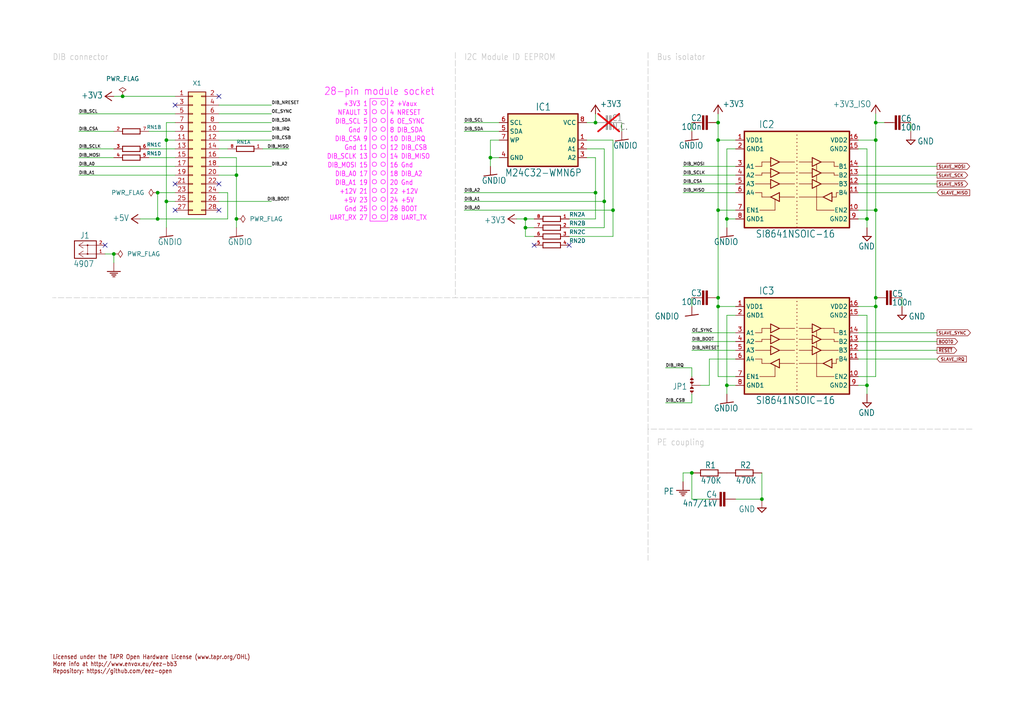
<source format=kicad_sch>
(kicad_sch (version 20231120) (generator "eeschema") (generator_version "8.0")
  (paper "A4")
  (title_block (title "${project_name}") (date "2024-12-15") (rev "${project_version}") (company "${project_creator}") (comment 1 "${project_url}") (comment 2 "${project_info}"))
  (lib_symbols
    (symbol "PCM_EEZ_ICs:AT24CXXSOIC8"
      (property "Reference" "IC" (at -5.3594 8.4836 0))
      (symbol "AT24CXXSOIC8_1_0"
        (pin input line (at 12.7 0 180) (length 2.54) (name "A0") (number "1"))
        (pin input line (at 12.7 -2.54 180) (length 2.54) (name "A1") (number "2"))
        (pin input line (at 12.7 -5.08 180) (length 2.54) (name "A2") (number "3"))
        (pin passive line (at -12.7 -5.08 0) (length 2.54) (name "GND") (number "4"))
        (pin bidirectional line (at -12.7 2.54 0) (length 2.54) (name "SDA") (number "5"))
        (pin bidirectional line (at -12.7 5.08 0) (length 2.54) (name "SCL") (number "6"))
        (pin input line (at -12.7 0 0) (length 2.54) (name "WP") (number "7"))
        (pin power_in line (at 12.7 5.08 180) (length 2.54) (name "VCC") (number "8"))
      )
    )
    (symbol "PCM_EEZ_ICs:SI8641"
      (property "Reference" "IC" (at -11.0744 13.5636 0))
      (property "Value" "SI8641BB-B-IS1" (at -12.0142 -18.1864 0))
      (symbol "SI8641_1_0"
        (pin passive line (at -17.78 10.16 0) (length 2.54) (name "VDD1") (number "1"))
        (pin input line (at 17.78 -10.16 180) (length 2.54) (name "EN2") (number "10"))
        (pin input line (at 17.78 -5.08 180) (length 2.54) (name "B4") (number "11"))
        (pin output line (at 17.78 -2.54 180) (length 2.54) (name "B3") (number "12"))
        (pin output line (at 17.78 0 180) (length 2.54) (name "B2") (number "13"))
        (pin output line (at 17.78 2.54 180) (length 2.54) (name "B1") (number "14"))
        (pin passive line (at 17.78 7.62 180) (length 2.54) (name "GND2") (number "15"))
        (pin passive line (at 17.78 10.16 180) (length 2.54) (name "VDD2") (number "16"))
        (pin passive line (at -17.78 7.62 0) (length 2.54) (name "GND1") (number "2"))
        (pin input line (at -17.78 2.54 0) (length 2.54) (name "A1") (number "3"))
        (pin input line (at -17.78 0 0) (length 2.54) (name "A2") (number "4"))
        (pin input line (at -17.78 -2.54 0) (length 2.54) (name "A3") (number "5"))
        (pin output line (at -17.78 -5.08 0) (length 2.54) (name "A4") (number "6"))
        (pin input line (at -17.78 -10.16 0) (length 2.54) (name "EN1") (number "7"))
        (pin passive line (at -17.78 -12.7 0) (length 2.54) (name "GND1") (number "8"))
        (pin passive line (at 17.78 -12.7 180) (length 2.54) (name "GND2") (number "9"))
      )
    )
    (symbol "PCM_EEZ_connectors:4907" (pin_names (offset 0.254))
      (property "Reference" "X" (at 5.715 2.54 0))
      (property "Value" "4907" (at 8.89 -5.715 0))
      (symbol "4907_1_1"
        (pin passive line (at 2.54 0 0) (length 2.54) (name "") (number "1"))
        (pin passive line (at 2.54 -2.54 0) (length 2.54) (name "") (number "2"))
      )
      (symbol "4907_1_2"
        (pin unspecified line (at 0 0 0) (length 5.08) (name "1") (number "1"))
        (pin unspecified line (at 0 -2.54 0) (length 5.08) (name "2") (number "2"))
      )
    )
    (symbol "PCM_EEZ_connectors:Conn_2Rows-28Pins" (pin_names (offset 1.016) hide)
      (property "Reference" "X" (at 6.35 2.54 0))
      (symbol "Conn_2Rows-28Pins_1_1"
        (pin passive line (at 0 0 0) (length 3.81) (name "Pin_1") (number "1"))
        (pin passive line (at 12.7 -10.16 180) (length 3.81) (name "Pin_10") (number "10"))
        (pin passive line (at 0 -12.7 0) (length 3.81) (name "Pin_11") (number "11"))
        (pin passive line (at 12.7 -12.7 180) (length 3.81) (name "Pin_12") (number "12"))
        (pin passive line (at 0 -15.24 0) (length 3.81) (name "Pin_13") (number "13"))
        (pin passive line (at 12.7 -15.24 180) (length 3.81) (name "Pin_14") (number "14"))
        (pin passive line (at 0 -17.78 0) (length 3.81) (name "Pin_15") (number "15"))
        (pin passive line (at 12.7 -17.78 180) (length 3.81) (name "Pin_16") (number "16"))
        (pin passive line (at 0 -20.32 0) (length 3.81) (name "Pin_17") (number "17"))
        (pin passive line (at 12.7 -20.32 180) (length 3.81) (name "Pin_18") (number "18"))
        (pin passive line (at 0 -22.86 0) (length 3.81) (name "Pin_19") (number "19"))
        (pin passive line (at 12.7 0 180) (length 3.81) (name "Pin_2") (number "2"))
        (pin passive line (at 12.7 -22.86 180) (length 3.81) (name "Pin_20") (number "20"))
        (pin passive line (at 0 -25.4 0) (length 3.81) (name "Pin_21") (number "21"))
        (pin passive line (at 12.7 -25.4 180) (length 3.81) (name "Pin_22") (number "22"))
        (pin passive line (at 0 -27.94 0) (length 3.81) (name "Pin_23") (number "23"))
        (pin passive line (at 12.7 -27.94 180) (length 3.81) (name "Pin_24") (number "24"))
        (pin passive line (at 0 -30.48 0) (length 3.81) (name "Pin_25") (number "25"))
        (pin passive line (at 12.7 -30.48 180) (length 3.81) (name "Pin_26") (number "26"))
        (pin passive line (at 0 -33.02 0) (length 3.81) (name "Pin_27") (number "27"))
        (pin passive line (at 12.7 -33.02 180) (length 3.81) (name "Pin_28") (number "28"))
        (pin passive line (at 0 -2.54 0) (length 3.81) (name "Pin_3") (number "3"))
        (pin passive line (at 12.7 -2.54 180) (length 3.81) (name "Pin_4") (number "4"))
        (pin passive line (at 0 -5.08 0) (length 3.81) (name "Pin_5") (number "5"))
        (pin passive line (at 12.7 -5.08 180) (length 3.81) (name "Pin_6") (number "6"))
        (pin passive line (at 0 -7.62 0) (length 3.81) (name "Pin_7") (number "7"))
        (pin passive line (at 12.7 -7.62 180) (length 3.81) (name "Pin_8") (number "8"))
        (pin passive line (at 0 -10.16 0) (length 3.81) (name "Pin_9") (number "9"))
      )
    )
    (symbol "PCM_EEZ_passives:C-EU"
      (property "Reference" "C" (at 1.27 0.635 0))
      (symbol "C-EU_1_0"
        (pin passive line (at 0 2.54 270) (length 2.54) (name "1") (number "1"))
        (pin passive line (at 0 -5.08 90) (length 2.54) (name "2") (number "2"))
      )
    )
    (symbol "PCM_EEZ_passives:R-EU"
      (property "Reference" "R" (at -1.905 1.905 0))
      (symbol "R-EU_1_0"
        (pin passive line (at -5.08 0 0) (length 2.54) (name "1") (number "1"))
        (pin passive line (at 5.08 0 180) (length 2.54) (name "2") (number "2"))
      )
    )
    (symbol "PCM_EEZ_passives:R_ARRAY4"
      (property "Reference" "RN" (at -2.794 1.016 0))
      (symbol "R_ARRAY4_1_0"
        (pin passive line (at -5.08 0 0) (length 2.54) (name "1") (number "1"))
        (pin passive line (at 5.08 0 180) (length 2.54) (name "2") (number "8"))
      )
      (symbol "R_ARRAY4_2_0"
        (pin passive line (at -5.08 0 0) (length 2.54) (name "1") (number "2"))
        (pin passive line (at 5.08 0 180) (length 2.54) (name "2") (number "7"))
      )
      (symbol "R_ARRAY4_3_0"
        (pin passive line (at -5.08 0 0) (length 2.54) (name "1") (number "3"))
        (pin passive line (at 5.08 0 180) (length 2.54) (name "2") (number "6"))
      )
      (symbol "R_ARRAY4_4_0"
        (pin passive line (at -5.08 0 0) (length 2.54) (name "1") (number "4"))
        (pin passive line (at 5.08 0 180) (length 2.54) (name "2") (number "5"))
      )
    )
    (symbol "PCM_EEZ_symbols:+3V3" (power)
      (property "Value" "+3V3" (at -2.54 -5.08 90))
      (symbol "+3V3_1_0"
        (pin power_in line (at 0 -2.54 90) (length 2.54) (name "+3V3") (number "1"))
      )
    )
    (symbol "PCM_EEZ_symbols:+3V3_ISO" (power)
      (property "Value" "+3V3_ISO" (at -2.54 0 90))
      (symbol "+3V3_ISO_1_0"
        (pin power_in line (at 0 0 90) (length 2.54) (name "+3V3_ISO") (number "1"))
      )
    )
    (symbol "PCM_EEZ_symbols:+5V" (power)
      (property "Value" "+5V" (at -2.54 -5.08 90))
      (symbol "+5V_1_0"
        (pin power_in line (at 0 -2.54 90) (length 2.54) (name "+5V") (number "1"))
      )
    )
    (symbol "PCM_EEZ_symbols:GND" (power)
      (property "Value" "GND" (at -1.905 -3.175 0))
      (symbol "GND_1_0"
        (pin power_in line (at 0 2.54 270) (length 2.54) (name "GND") (number "1"))
      )
    )
    (symbol "PCM_EEZ_symbols:GND_ISO" (power)
      (property "Value" "GND_ISO" (at -2.54 -2.54 0))
      (symbol "GND_ISO_1_0"
        (pin power_in line (at 0 2.54 270) (length 2.54) (name "GNDIO") (number "1"))
      )
    )
    (symbol "PCM_EEZ_symbols:PE" (power)
      (property "Value" "PE" (at -2.54 -2.54 90))
      (symbol "PE_1_0"
        (pin power_in line (at 0 2.54 270) (length 2.54) (name "PE") (number "1"))
      )
    )
    (symbol "PCM_EEZ_unsorted:JP3 shorted" (in_bom no)
      (property "Reference" "JP" (at -3.81 3.175 0))
      (symbol "JP3 shorted_1_0"
        (pin passive line (at 2.54 0 180) (length 2.54) (name "COM") (number "COM"))
        (pin passive line (at 0 -2.54 180) (length 0) (name "NC") (number "NC"))
        (pin passive line (at 0 2.54 180) (length 0) (name "NO") (number "NO"))
      )
    )
    (symbol "power:PWR_FLAG" (power) (pin_numbers hide) (pin_names (offset 0) hide)
      (property "Value" "PWR_FLAG" (at 0 3.81 0))
      (symbol "PWR_FLAG_0_0"
        (pin power_out line (at 0 0 90) (length 0) (name "~") (number "1"))
      )
    )
  )
  (junction (at 200.66 137.16))
  (junction (at 48.26 40.64))
  (junction (at 220.98 144.78))
  (junction (at 45.72 63.5))
  (junction (at 208.28 35.56))
  (junction (at 172.72 55.88))
  (junction (at 48.26 58.42))
  (junction (at 254 60.96))
  (junction (at 254 88.9))
  (junction (at 142.24 45.72))
  (junction (at 175.26 58.42))
  (junction (at 254 35.56))
  (junction (at 251.46 63.5))
  (junction (at 152.4 63.5))
  (junction (at 208.28 40.64))
  (junction (at 254 86.36))
  (junction (at 152.4 66.04))
  (junction (at 208.28 88.9))
  (junction (at 208.28 60.96))
  (junction (at 210.82 63.5))
  (junction (at 254 40.64))
  (junction (at 68.58 50.8))
  (junction (at 172.72 35.56))
  (junction (at 251.46 111.76))
  (junction (at 208.28 86.36))
  (junction (at 33.02 73.66))
  (junction (at 68.58 63.5))
  (junction (at 45.72 55.88))
  (junction (at 35.56 27.94))
  (junction (at 177.8 60.96))
  (junction (at 210.82 111.76))
  (no_connect (at 63.5 60.96))
  (no_connect (at 50.8 53.34))
  (no_connect (at 30.48 71.12))
  (no_connect (at 165.1 71.12))
  (no_connect (at 50.8 30.48))
  (no_connect (at 154.94 71.12))
  (no_connect (at 63.5 27.94))
  (no_connect (at 50.8 60.96))
  (no_connect (at 63.5 53.34))
  (wire (pts (xy 254 88.9) (xy 254 86.36)) (stroke (width 0.1524)))
  (wire (pts (xy 43.18 38.1) (xy 50.8 38.1)) (stroke (width 0.1524)))
  (wire (pts (xy 200.66 35.56) (xy 200.66 38.1)) (stroke (width 0.1524)))
  (polyline (pts (xy 187.96 124.46) (xy 187.96 162.56)) (stroke (width 0.1524) (type dash) (color 194 194 194 1)))
  (wire (pts (xy 48.26 35.56) (xy 48.26 40.64)) (stroke (width 0.1524)))
  (wire (pts (xy 154.94 68.58) (xy 152.4 68.58)) (stroke (width 0.1524)))
  (wire (pts (xy 251.46 66.04) (xy 251.46 63.5)) (stroke (width 0.1524)))
  (wire (pts (xy 30.48 73.66) (xy 33.02 73.66)) (stroke (width 0.1524)))
  (wire (pts (xy 177.8 68.58) (xy 177.8 60.96)) (stroke (width 0.1524)))
  (wire (pts (xy 43.18 45.72) (xy 50.8 45.72)) (stroke (width 0.1524)))
  (wire (pts (xy 152.4 63.5) (xy 149.86 63.5)) (stroke (width 0.1524)))
  (wire (pts (xy 165.1 66.04) (xy 175.26 66.04)) (stroke (width 0.1524)))
  (wire (pts (xy 248.92 60.96) (xy 254 60.96)) (stroke (width 0.1524)))
  (wire (pts (xy 63.5 48.26) (xy 78.74 48.26)) (stroke (width 0.1524)))
  (wire (pts (xy 35.56 27.94) (xy 50.8 27.94)) (stroke (width 0.1524)))
  (wire (pts (xy 208.28 88.9) (xy 208.28 86.36)) (stroke (width 0.1524)))
  (wire (pts (xy 193.04 106.68) (xy 200.66 106.68)) (stroke (width 0.1524)))
  (wire (pts (xy 264.16 38.1) (xy 264.16 35.56)) (stroke (width 0.1524)))
  (wire (pts (xy 43.18 43.18) (xy 50.8 43.18)) (stroke (width 0.1524)))
  (polyline (pts (xy 281.94 124.46) (xy 187.96 124.46)) (stroke (width 0.1524) (type dash) (color 194 194 194 1)))
  (polyline (pts (xy 187.96 86.36) (xy 187.96 86.36)) (stroke (width 0.1524) (type dash) (color 194 194 194 1)))
  (wire (pts (xy 254 109.22) (xy 254 88.9)) (stroke (width 0.1524)))
  (wire (pts (xy 208.28 60.96) (xy 213.36 60.96)) (stroke (width 0.1524)))
  (wire (pts (xy 172.72 45.72) (xy 172.72 55.88)) (stroke (width 0.1524)))
  (wire (pts (xy 63.5 30.48) (xy 78.74 30.48)) (stroke (width 0.1524)))
  (wire (pts (xy 205.74 144.78) (xy 200.66 144.78)) (stroke (width 0.1524)))
  (wire (pts (xy 154.94 66.04) (xy 152.4 66.04)) (stroke (width 0.1524)))
  (wire (pts (xy 208.28 35.56) (xy 208.28 33.02)) (stroke (width 0.1524)))
  (wire (pts (xy 248.92 88.9) (xy 254 88.9)) (stroke (width 0.1524)))
  (wire (pts (xy 213.36 55.88) (xy 198.12 55.88)) (stroke (width 0.1524)))
  (wire (pts (xy 50.8 55.88) (xy 45.72 55.88)) (stroke (width 0.1524)))
  (wire (pts (xy 210.82 91.44) (xy 210.82 111.76)) (stroke (width 0.1524)))
  (wire (pts (xy 50.8 48.26) (xy 22.86 48.26)) (stroke (width 0.1524)))
  (wire (pts (xy 205.74 104.14) (xy 213.36 104.14)) (stroke (width 0.1524)))
  (wire (pts (xy 200.66 86.36) (xy 200.66 88.9)) (stroke (width 0.1524)))
  (wire (pts (xy 205.74 111.76) (xy 203.2 111.76)) (stroke (width 0.1524)))
  (wire (pts (xy 210.82 66.04) (xy 210.82 63.5)) (stroke (width 0.1524)))
  (wire (pts (xy 177.8 60.96) (xy 134.62 60.96)) (stroke (width 0.1524)))
  (wire (pts (xy 208.28 40.64) (xy 208.28 60.96)) (stroke (width 0.1524)))
  (wire (pts (xy 40.64 63.5) (xy 45.72 63.5)) (stroke (width 0.1524)))
  (wire (pts (xy 248.92 109.22) (xy 254 109.22)) (stroke (width 0.1524)))
  (wire (pts (xy 177.8 40.64) (xy 177.8 60.96)) (stroke (width 0.1524)))
  (wire (pts (xy 200.66 116.84) (xy 193.04 116.84)) (stroke (width 0.1524)))
  (wire (pts (xy 213.36 111.76) (xy 210.82 111.76)) (stroke (width 0.1524)))
  (wire (pts (xy 248.92 43.18) (xy 251.46 43.18)) (stroke (width 0.1524)))
  (wire (pts (xy 33.02 38.1) (xy 22.86 38.1)) (stroke (width 0.1524)))
  (wire (pts (xy 248.92 101.6) (xy 271.78 101.6)) (stroke (width 0.1524)))
  (wire (pts (xy 170.18 40.64) (xy 177.8 40.64)) (stroke (width 0.1524)))
  (wire (pts (xy 208.28 109.22) (xy 208.28 88.9)) (stroke (width 0.1524)))
  (wire (pts (xy 200.66 144.78) (xy 200.66 137.16)) (stroke (width 0.1524)))
  (wire (pts (xy 33.02 45.72) (xy 22.86 45.72)) (stroke (width 0.1524)))
  (wire (pts (xy 63.5 40.64) (xy 78.74 40.64)) (stroke (width 0.1524)))
  (wire (pts (xy 254 40.64) (xy 254 35.56)) (stroke (width 0.1524)))
  (wire (pts (xy 248.92 104.14) (xy 271.78 104.14)) (stroke (width 0.1524)))
  (wire (pts (xy 66.04 43.18) (xy 63.5 43.18)) (stroke (width 0.1524)))
  (wire (pts (xy 213.36 43.18) (xy 210.82 43.18)) (stroke (width 0.1524)))
  (wire (pts (xy 50.8 35.56) (xy 48.26 35.56)) (stroke (width 0.1524)))
  (wire (pts (xy 198.12 53.34) (xy 213.36 53.34)) (stroke (width 0.1524)))
  (wire (pts (xy 213.36 144.78) (xy 220.98 144.78)) (stroke (width 0.1524)))
  (wire (pts (xy 213.36 101.6) (xy 200.66 101.6)) (stroke (width 0.1524)))
  (wire (pts (xy 198.12 50.8) (xy 213.36 50.8)) (stroke (width 0.1524)))
  (wire (pts (xy 256.54 35.56) (xy 254 35.56)) (stroke (width 0.1524)))
  (wire (pts (xy 144.78 38.1) (xy 134.62 38.1)) (stroke (width 0.1524)))
  (wire (pts (xy 251.46 43.18) (xy 251.46 63.5)) (stroke (width 0.1524)))
  (polyline (pts (xy 187.96 86.36) (xy 187.96 124.46)) (stroke (width 0.1524) (type dash) (color 194 194 194 1)))
  (wire (pts (xy 50.8 58.42) (xy 48.26 58.42)) (stroke (width 0.1524)))
  (wire (pts (xy 68.58 50.8) (xy 68.58 63.5)) (stroke (width 0.1524)))
  (wire (pts (xy 68.58 63.5) (xy 68.58 66.04)) (stroke (width 0.1524)))
  (wire (pts (xy 50.8 50.8) (xy 22.86 50.8)) (stroke (width 0.1524)))
  (wire (pts (xy 170.18 45.72) (xy 172.72 45.72)) (stroke (width 0.1524)))
  (wire (pts (xy 200.66 106.68) (xy 200.66 109.22)) (stroke (width 0.1524)))
  (wire (pts (xy 142.24 48.26) (xy 142.24 45.72)) (stroke (width 0.1524)))
  (wire (pts (xy 210.82 43.18) (xy 210.82 63.5)) (stroke (width 0.1524)))
  (wire (pts (xy 248.92 48.26) (xy 271.78 48.26)) (stroke (width 0.1524)))
  (polyline (pts (xy 139.7 86.36) (xy 15.24 86.36)) (stroke (width 0.1524) (type dash) (color 194 194 194 1)))
  (wire (pts (xy 175.26 58.42) (xy 134.62 58.42)) (stroke (width 0.1524)))
  (wire (pts (xy 213.36 63.5) (xy 210.82 63.5)) (stroke (width 0.1524)))
  (wire (pts (xy 208.28 40.64) (xy 213.36 40.64)) (stroke (width 0.1524)))
  (wire (pts (xy 180.34 35.56) (xy 180.34 38.1)) (stroke (width 0.1524)))
  (wire (pts (xy 170.18 43.18) (xy 175.26 43.18)) (stroke (width 0.1524)))
  (polyline (pts (xy 187.96 86.36) (xy 139.7 86.36)) (stroke (width 0.1524) (type dash) (color 194 194 194 1)))
  (wire (pts (xy 198.12 139.7) (xy 198.12 137.16)) (stroke (width 0.1524)))
  (wire (pts (xy 254 86.36) (xy 254 60.96)) (stroke (width 0.1524)))
  (wire (pts (xy 48.26 40.64) (xy 48.26 58.42)) (stroke (width 0.1524)))
  (wire (pts (xy 248.92 96.52) (xy 271.78 96.52)) (stroke (width 0.1524)))
  (wire (pts (xy 248.92 55.88) (xy 271.78 55.88)) (stroke (width 0.1524)))
  (wire (pts (xy 152.4 66.04) (xy 152.4 68.58)) (stroke (width 0.1524)))
  (wire (pts (xy 213.36 91.44) (xy 210.82 91.44)) (stroke (width 0.1524)))
  (wire (pts (xy 251.46 91.44) (xy 251.46 111.76)) (stroke (width 0.1524)))
  (wire (pts (xy 142.24 40.64) (xy 142.24 45.72)) (stroke (width 0.1524)))
  (wire (pts (xy 213.36 88.9) (xy 208.28 88.9)) (stroke (width 0.1524)))
  (wire (pts (xy 33.02 73.66) (xy 33.02 76.2)) (stroke (width 0.1524)))
  (wire (pts (xy 63.5 38.1) (xy 78.74 38.1)) (stroke (width 0.1524)))
  (wire (pts (xy 210.82 111.76) (xy 210.82 114.3)) (stroke (width 0.1524)))
  (wire (pts (xy 48.26 58.42) (xy 48.26 66.04)) (stroke (width 0.1524)))
  (wire (pts (xy 172.72 55.88) (xy 134.62 55.88)) (stroke (width 0.1524)))
  (polyline (pts (xy 132.08 15.24) (xy 132.08 86.36)) (stroke (width 0.1524) (type dash) (color 194 194 194 1)))
  (wire (pts (xy 63.5 58.42) (xy 78.74 58.42)) (stroke (width 0.1524)))
  (wire (pts (xy 248.92 91.44) (xy 251.46 91.44)) (stroke (width 0.1524)))
  (wire (pts (xy 208.28 40.64) (xy 208.28 35.56)) (stroke (width 0.1524)))
  (wire (pts (xy 165.1 63.5) (xy 172.72 63.5)) (stroke (width 0.1524)))
  (wire (pts (xy 248.92 50.8) (xy 271.78 50.8)) (stroke (width 0.1524)))
  (wire (pts (xy 63.5 33.02) (xy 78.74 33.02)) (stroke (width 0.1524)))
  (wire (pts (xy 198.12 48.26) (xy 213.36 48.26)) (stroke (width 0.1524)))
  (wire (pts (xy 33.02 43.18) (xy 22.86 43.18)) (stroke (width 0.1524)))
  (wire (pts (xy 63.5 45.72) (xy 68.58 45.72)) (stroke (width 0.1524)))
  (wire (pts (xy 175.26 43.18) (xy 175.26 58.42)) (stroke (width 0.1524)))
  (wire (pts (xy 144.78 35.56) (xy 134.62 35.56)) (stroke (width 0.1524)))
  (wire (pts (xy 63.5 35.56) (xy 78.74 35.56)) (stroke (width 0.1524)))
  (wire (pts (xy 172.72 35.56) (xy 170.18 35.56)) (stroke (width 0.1524)))
  (wire (pts (xy 220.98 144.78) (xy 220.98 137.16)) (stroke (width 0.1524)))
  (wire (pts (xy 251.46 114.3) (xy 251.46 111.76)) (stroke (width 0.1524)))
  (wire (pts (xy 63.5 55.88) (xy 66.04 55.88)) (stroke (width 0.1524)))
  (wire (pts (xy 45.72 55.88) (xy 45.72 63.5)) (stroke (width 0.1524)))
  (wire (pts (xy 208.28 86.36) (xy 208.28 60.96)) (stroke (width 0.1524)))
  (wire (pts (xy 152.4 63.5) (xy 152.4 66.04)) (stroke (width 0.1524)))
  (wire (pts (xy 261.62 88.9) (xy 261.62 86.36)) (stroke (width 0.1524)))
  (wire (pts (xy 213.36 109.22) (xy 208.28 109.22)) (stroke (width 0.1524)))
  (wire (pts (xy 200.66 137.16) (xy 198.12 137.16)) (stroke (width 0.1524)))
  (wire (pts (xy 66.04 55.88) (xy 66.04 63.5)) (stroke (width 0.1524)))
  (wire (pts (xy 248.92 53.34) (xy 271.78 53.34)) (stroke (width 0.1524)))
  (wire (pts (xy 22.86 33.02) (xy 50.8 33.02)) (stroke (width 0.1524)))
  (wire (pts (xy 251.46 111.76) (xy 248.92 111.76)) (stroke (width 0.1524)))
  (wire (pts (xy 254 35.56) (xy 254 33.02)) (stroke (width 0.1524)))
  (wire (pts (xy 248.92 99.06) (xy 271.78 99.06)) (stroke (width 0.1524)))
  (wire (pts (xy 154.94 63.5) (xy 152.4 63.5)) (stroke (width 0.1524)))
  (wire (pts (xy 205.74 111.76) (xy 205.74 104.14)) (stroke (width 0.1524)))
  (wire (pts (xy 66.04 63.5) (xy 45.72 63.5)) (stroke (width 0.1524)))
  (wire (pts (xy 50.8 40.64) (xy 48.26 40.64)) (stroke (width 0.1524)))
  (wire (pts (xy 144.78 40.64) (xy 142.24 40.64)) (stroke (width 0.1524)))
  (wire (pts (xy 165.1 68.58) (xy 177.8 68.58)) (stroke (width 0.1524)))
  (wire (pts (xy 248.92 40.64) (xy 254 40.64)) (stroke (width 0.1524)))
  (wire (pts (xy 35.56 27.94) (xy 33.02 27.94)) (stroke (width 0.1524)))
  (wire (pts (xy 76.2 43.18) (xy 83.82 43.18)) (stroke (width 0.1524)))
  (wire (pts (xy 68.58 45.72) (xy 68.58 50.8)) (stroke (width 0.1524)))
  (wire (pts (xy 248.92 63.5) (xy 251.46 63.5)) (stroke (width 0.1524)))
  (wire (pts (xy 254 60.96) (xy 254 40.64)) (stroke (width 0.1524)))
  (wire (pts (xy 172.72 33.02) (xy 172.72 35.56)) (stroke (width 0.1524)))
  (wire (pts (xy 175.26 66.04) (xy 175.26 58.42)) (stroke (width 0.1524)))
  (polyline (pts (xy 187.96 15.24) (xy 187.96 86.36)) (stroke (width 0.1524) (type dash) (color 194 194 194 1)))
  (wire (pts (xy 200.66 114.3) (xy 200.66 116.84)) (stroke (width 0.1524)))
  (wire (pts (xy 172.72 63.5) (xy 172.72 55.88)) (stroke (width 0.1524)))
  (wire (pts (xy 213.36 99.06) (xy 200.66 99.06)) (stroke (width 0.1524)))
  (wire (pts (xy 213.36 96.52) (xy 200.66 96.52)) (stroke (width 0.1524)))
  (wire (pts (xy 63.5 50.8) (xy 68.58 50.8)) (stroke (width 0.1524)))
  (wire (pts (xy 142.24 45.72) (xy 144.78 45.72)) (stroke (width 0.1524)))
  (circle (center 108.585 47.625) (radius 0.635) (stroke (width 0.1524) (color 255 0 255 1)))
  (circle (center 108.585 32.385) (radius 0.635) (stroke (width 0.1524) (color 255 0 255 1)))
  (circle (center 108.585 34.925) (radius 0.635) (stroke (width 0.1524) (color 255 0 255 1)))
  (circle (center 111.125 50.165) (radius 0.635) (stroke (width 0.1524) (color 255 0 255 1)))
  (circle (center 108.585 29.845) (radius 0.635) (stroke (width 0.1524) (color 255 0 255 1)))
  (circle (center 108.585 42.545) (radius 0.635) (stroke (width 0.1524) (color 255 0 255 1)))
  (circle (center 111.125 57.785) (radius 0.635) (stroke (width 0.1524) (color 255 0 255 1)))
  (circle (center 108.585 60.325) (radius 0.635) (stroke (width 0.1524) (color 255 0 255 1)))
  (circle (center 108.585 37.465) (radius 0.635) (stroke (width 0.1524) (color 255 0 255 1)))
  (circle (center 111.125 62.865) (radius 0.635) (stroke (width 0.1524) (color 255 0 255 1)))
  (circle (center 111.125 52.705) (radius 0.635) (stroke (width 0.1524) (color 255 0 255 1)))
  (circle (center 108.585 50.165) (radius 0.635) (stroke (width 0.1524) (color 255 0 255 1)))
  (circle (center 111.125 37.465) (radius 0.635) (stroke (width 0.1524) (color 255 0 255 1)))
  (circle (center 108.585 52.705) (radius 0.635) (stroke (width 0.1524) (color 255 0 255 1)))
  (circle (center 108.585 62.865) (radius 0.635) (stroke (width 0.1524) (color 255 0 255 1)))
  (circle (center 111.125 29.845) (radius 0.635) (stroke (width 0.1524) (color 255 0 255 1)))
  (circle (center 108.585 57.785) (radius 0.635) (stroke (width 0.1524) (color 255 0 255 1)))
  (circle (center 111.125 55.245) (radius 0.635) (stroke (width 0.1524) (color 255 0 255 1)))
  (circle (center 108.585 45.085) (radius 0.635) (stroke (width 0.1524) (color 255 0 255 1)))
  (rectangle (start 107.315 28.575) (end 112.395 64.135) (stroke (width 0) (color 255 0 255 1)))
  (circle (center 111.125 45.085) (radius 0.635) (stroke (width 0.1524) (color 255 0 255 1)))
  (circle (center 111.125 34.925) (radius 0.635) (stroke (width 0.1524) (color 255 0 255 1)))
  (circle (center 111.125 42.545) (radius 0.635) (stroke (width 0.1524) (color 255 0 255 1)))
  (circle (center 111.125 40.005) (radius 0.635) (stroke (width 0.1524) (color 255 0 255 1)))
  (circle (center 111.125 47.625) (radius 0.635) (stroke (width 0.1524) (color 255 0 255 1)))
  (circle (center 108.585 55.245) (radius 0.635) (stroke (width 0.1524) (color 255 0 255 1)))
  (circle (center 111.125 32.385) (radius 0.635) (stroke (width 0.1524) (color 255 0 255 1)))
  (circle (center 111.125 60.325) (radius 0.635) (stroke (width 0.1524) (color 255 0 255 1)))
  (circle (center 108.585 40.005) (radius 0.635) (stroke (width 0.1524) (color 255 0 255 1)))
  (text "24 +5V" (at 113.03 59.055 0) (effects (font (size 1.4224 1.209)) (justify left bottom)))
  (text "18 DIB_A2" (at 113.03 51.435 0) (effects (font (size 1.4224 1.209)) (justify left bottom)))
  (text "28 UART_TX" (at 113.03 64.135 0) (effects (font (size 1.4224 1.209)) (justify left bottom)))
  (text "DIB_A0 17" (at 106.68 51.435 0) (effects (font (size 1.4224 1.209)) (justify right bottom)))
  (text "16 Gnd" (at 113.03 48.895 0) (effects (font (size 1.4224 1.209)) (justify left bottom)))
  (text "DIB_A1 19" (at 106.68 53.975 0) (effects (font (size 1.4224 1.209)) (justify right bottom)))
  (text "6 OE_SYNC" (at 113.03 36.195 0) (effects (font (size 1.4224 1.209)) (justify left bottom)))
  (text "Licensed under the TAPR Open Hardware License (www.tapr.org/OHL)\nMore info at http://www.envox.eu/eez-bb3\nRepository: https://github.com/eez-open" (at 15.24 195.58 0) (effects (font (size 1.27 1.0795)) (justify left bottom)))
  (text "PE coupling" (at 190.5 129.54 0) (effects (font (size 1.778 1.5113)) (justify left bottom)))
  (text "20 Gnd" (at 113.03 53.975 0) (effects (font (size 1.4224 1.209)) (justify left bottom)))
  (text "DIB_SCLK 13" (at 106.68 46.355 0) (effects (font (size 1.4224 1.209)) (justify right bottom)))
  (text "12 DIB_CSB" (at 113.03 43.815 0) (effects (font (size 1.4224 1.209)) (justify left bottom)))
  (text "2 +Vaux" (at 113.03 31.115 0) (effects (font (size 1.4224 1.209)) (justify left bottom)))
  (text "+5V 23" (at 106.68 59.055 0) (effects (font (size 1.4224 1.209)) (justify right bottom)))
  (text "UART_RX 27" (at 106.68 64.135 0) (effects (font (size 1.4224 1.209)) (justify right bottom)))
  (text "22 +12V" (at 113.03 56.515 0) (effects (font (size 1.4224 1.209)) (justify left bottom)))
  (text "DIB connector" (at 15.24 17.78 0) (effects (font (size 1.778 1.5113)) (justify left bottom)))
  (text "8 DIB_SDA" (at 113.03 38.735 0) (effects (font (size 1.4224 1.209)) (justify left bottom)))
  (text "10 DIB_IRQ" (at 113.03 41.275 0) (effects (font (size 1.4224 1.209)) (justify left bottom)))
  (text "DIB_MOSI 15" (at 106.68 48.895 0) (effects (font (size 1.4224 1.209)) (justify right bottom)))
  (text "Gnd 25" (at 106.68 61.595 0) (effects (font (size 1.4224 1.209)) (justify right bottom)))
  (text "DIB_CSA 9" (at 106.68 41.275 0) (effects (font (size 1.4224 1.209)) (justify right bottom)))
  (text "NFAULT 3" (at 106.68 33.655 0) (effects (font (size 1.4224 1.209)) (justify right bottom)))
  (text "I2C Module ID EEPROM" (at 134.62 17.78 0) (effects (font (size 1.778 1.5113)) (justify left bottom)))
  (text "4 NRESET" (at 113.03 33.655 0) (effects (font (size 1.4224 1.209)) (justify left bottom)))
  (text "Gnd 7" (at 106.68 38.735 0) (effects (font (size 1.4224 1.209)) (justify right bottom)))
  (text "DIB_SCL 5" (at 106.68 36.195 0) (effects (font (size 1.4224 1.209)) (justify right bottom)))
  (text "14 DIB_MISO" (at 113.03 46.355 0) (effects (font (size 1.4224 1.209)) (justify left bottom)))
  (text "+3V3 1" (at 106.68 31.115 0) (effects (font (size 1.4224 1.209)) (justify right bottom)))
  (text "Gnd 11" (at 106.68 43.815 0) (effects (font (size 1.4224 1.209)) (justify right bottom)))
  (text "26 BOOT" (at 113.03 61.595 0) (effects (font (size 1.4224 1.209)) (justify left bottom)))
  (text "+12V 21" (at 106.68 56.515 0) (effects (font (size 1.4224 1.209)) (justify right bottom)))
  (text "Bus isolator" (at 190.5 17.78 0) (effects (font (size 1.778 1.5113)) (justify left bottom)))
  (text "28-pin module socket" (at 93.98 27.94 0) (effects (font (size 2.1844 1.8567)) (justify left bottom)))
  (label "OE_SYNC" (at 200.66 96.52 0) (effects (font (size 0.889 0.889))))
  (label "DIB_NRESET" (at 200.66 101.6 0) (effects (font (size 0.889 0.889))))
  (label "DIB_CSB" (at 78.74 40.64 0) (effects (font (size 0.889 0.889))))
  (label "DIB_SCL" (at 134.62 35.56 0) (effects (font (size 0.889 0.889))))
  (label "DIB_BOOT" (at 200.66 99.06 0) (effects (font (size 0.889 0.889))))
  (label "DIB_CSB" (at 193.04 116.84 0) (effects (font (size 0.889 0.889))))
  (label "DIB_IRQ" (at 78.74 38.1 0) (effects (font (size 0.889 0.889))))
  (label "DIB_SCLK" (at 22.86 43.18 0) (effects (font (size 0.889 0.889))))
  (label "OE_SYNC" (at 78.74 33.02 0) (effects (font (size 0.889 0.889))))
  (label "DIB_MISO" (at 198.12 55.88 0) (effects (font (size 0.889 0.889))))
  (label "DIB_SCLK" (at 198.12 50.8 0) (effects (font (size 0.889 0.889))))
  (label "DIB_BOOT" (at 77.47 58.42 0) (effects (font (size 0.889 0.889))))
  (label "DIB_A1" (at 22.86 50.8 0) (effects (font (size 0.889 0.889))))
  (label "DIB_A2" (at 78.74 48.26 0) (effects (font (size 0.889 0.889))))
  (label "DIB_CSA" (at 22.86 38.1 0) (effects (font (size 0.889 0.889))))
  (label "DIB_IRQ" (at 193.04 106.68 0) (effects (font (size 0.889 0.889))))
  (label "DIB_A0" (at 22.86 48.26 0) (effects (font (size 0.889 0.889))))
  (label "DIB_MOSI" (at 22.86 45.72 0) (effects (font (size 0.889 0.889))))
  (label "DIB_SDA" (at 78.74 35.56 0) (effects (font (size 0.889 0.889))))
  (label "DIB_SDA" (at 134.62 38.1 0) (effects (font (size 0.889 0.889))))
  (label "DIB_MISO" (at 83.82 43.18 180) (effects (font (size 0.889 0.889))))
  (label "DIB_A1" (at 134.62 58.42 0) (effects (font (size 0.889 0.889))))
  (label "DIB_CSA" (at 198.12 53.34 0) (effects (font (size 0.889 0.889))))
  (label "DIB_A2" (at 134.62 55.88 0) (effects (font (size 0.889 0.889))))
  (label "DIB_SCL" (at 22.86 33.02 0) (effects (font (size 0.889 0.889))))
  (label "DIB_NRESET" (at 78.74 30.48 0) (effects (font (size 0.889 0.889))))
  (label "DIB_A0" (at 134.62 60.96 0) (effects (font (size 0.889 0.889))))
  (label "DIB_MOSI" (at 198.12 48.26 0) (effects (font (size 0.889 0.889))))
  (global_label "SLAVE_SCK" (shape output) (at 271.78 50.8 0) (effects (font (size 0.889 0.889))) (property "Intersheetrefs" "${INTERSHEET_REFS}" (effects (hide yes))))
  (global_label "SLAVE_SYNC" (shape output) (at 271.78 96.52 0) (effects (font (size 0.889 0.889))) (property "Intersheetrefs" "${INTERSHEET_REFS}" (effects (hide yes))))
  (global_label "BOOT0" (shape output) (at 271.78 99.06 0) (effects (font (size 0.889 0.889))) (property "Intersheetrefs" "${INTERSHEET_REFS}" (effects (hide yes))))
  (global_label "SLAVE_MISO" (shape input) (at 271.78 55.88 0) (effects (font (size 0.889 0.889))) (property "Intersheetrefs" "${INTERSHEET_REFS}" (effects (hide yes))))
  (global_label "~{RESET}" (shape output) (at 271.78 101.6 0) (effects (font (size 0.889 0.889))) (property "Intersheetrefs" "${INTERSHEET_REFS}" (effects (hide yes))))
  (global_label "SLAVE_MOSI" (shape output) (at 271.78 48.26 0) (effects (font (size 0.889 0.889))) (property "Intersheetrefs" "${INTERSHEET_REFS}" (effects (hide yes))))
  (global_label "SLAVE_NSS" (shape output) (at 271.78 53.34 0) (effects (font (size 0.889 0.889))) (property "Intersheetrefs" "${INTERSHEET_REFS}" (effects (hide yes))))
  (global_label "SLAVE_IRQ" (shape input) (at 271.78 104.14 0) (effects (font (size 0.889 0.889))) (property "Intersheetrefs" "${INTERSHEET_REFS}" (effects (hide yes))))
  (symbol (lib_id "PCM_EEZ_unsorted:JP3 shorted") (at 200.66 111.76 0) (mirror x) (unit 1) (in_bom no)
    (property "Reference" "JP1" (at 199.39 111.125 0) (effects (font (size 1.778 1.5113)) (justify right bottom)))
    (property "Value" "JP3-CUT-0805-ROTATED" (effects (hide yes)))
    (property "Footprint" "PCM_EEZ_SMD:JP3 shorted" (effects (hide yes)))
  )
  (symbol (lib_id "PCM_EEZ_passives:C-EU") (at 261.62 35.56 270) (mirror x) (unit 1)
    (property "Reference" "C6" (at 261.239 33.401 90) (effects (font (size 1.778 1.5113)) (justify left bottom)))
    (property "Value" "100n" (at 261.239 35.941 90) (effects (font (size 1.778 1.5113)) (justify left bottom)))
    (property "Footprint" "PCM_EEZ_passives:C_0603_1608Metric" (effects (hide yes)))
    (property "DigiKey" "1276-1005-2-ND" (effects (hide yes)))
    (property "Mouser" "187-CL10B104KO8NNNC " (effects (hide yes)))
    (property "TME" "CL10B104KA8NNNC" (effects (hide yes)))
  )
  (symbol (lib_id "PCM_EEZ_passives:R_ARRAY4") (at 38.1 45.72 0) (unit 4)
    (property "Reference" "RN1" (at 42.545 45.085 0) (effects (font (size 1.016 1.016)) (justify left bottom)))
    (property "Value" "DR1206-33R-4/8" (effects (hide yes)))
    (property "Footprint" "PCM_EEZ_SMD:CAY16" (effects (hide yes)))
    (property "DigiKey" "CAY16-330J4LFCT-ND" (effects (hide yes)))
    (property "Mouser" "652-CAY16-330J4LF" (effects (hide yes)))
    (property "TME" "4D03WGJ0330T" (effects (hide yes)))
  )
  (symbol (lib_id "PCM_EEZ_symbols:+3V3") (at 172.72 30.48 0) (unit 1)
    (property "Reference" "#+3V03" (effects (hide yes)))
    (property "Value" "+3V3" (at 173.99 31.115 0) (effects (font (size 1.778 1.5113)) (justify left bottom)))
  )
  (symbol (lib_id "PCM_EEZ_symbols:GND_ISO") (at 68.58 68.58 0) (unit 1)
    (property "Reference" "#GND02" (effects (hide yes)))
    (property "Value" "GNDIO" (at 66.04 71.12 0) (effects (font (size 1.778 1.5113)) (justify left bottom)))
  )
  (symbol (lib_id "PCM_EEZ_symbols:+3V3") (at 30.48 27.94 90) (unit 1)
    (property "Reference" "#+3V01" (effects (hide yes)))
    (property "Value" "+3V3" (at 29.845 26.67 90) (effects (font (size 1.778 1.5113)) (justify left bottom)))
  )
  (symbol (lib_id "power:PWR_FLAG") (at 33.02 73.66 270) (unit 1)
    (property "Reference" "#FLG01" (effects (hide yes)))
    (property "Value" "PWR_FLAG" (at 36.83 73.66 90) (effects (justify left)))
    (property "Description" "Special symbol for telling ERC where power comes from" (effects (hide yes)))
  )
  (symbol (lib_id "PCM_EEZ_ICs:SI8641") (at 231.14 99.06 0) (unit 1)
    (property "Reference" "IC3" (at 220.0656 85.4964 0) (effects (font (size 2.0828 1.7703)) (justify left bottom)))
    (property "Value" "SI8641NSOIC-16" (at 219.1258 117.2464 0) (effects (font (size 2.0828 1.7703)) (justify left bottom)))
    (property "Footprint" "PCM_EEZ_SMD:SOIC127P600X265-16N" (effects (hide yes)))
    (property "DigiKey" "336-2566-ND" (effects (hide yes)))
    (property "Mouser" "634-SI8641BB-B-IS1" (effects (hide yes)))
    (property "TME" "-" (effects (hide yes)))
  )
  (symbol (lib_id "PCM_EEZ_passives:C-EU") (at 177.8 35.56 270) (unit 1) (in_bom no) (dnp yes)
    (property "Reference" "C1" (at 177.419 35.179 90) (effects (font (size 1.778 1.5113)) (justify left bottom)))
    (property "Value" "N.C." (at 177.419 37.719 90) (effects (font (size 1.778 1.5113)) (justify left bottom)))
    (property "Footprint" "PCM_EEZ_passives:C_0603_1608Metric" (effects (hide yes)))
  )
  (symbol (lib_id "PCM_EEZ_symbols:+3V3") (at 147.32 63.5 90) (unit 1)
    (property "Reference" "#+3V02" (effects (hide yes)))
    (property "Value" "+3V3" (at 146.685 62.865 90) (effects (font (size 1.778 1.5113)) (justify left bottom)))
  )
  (symbol (lib_id "PCM_EEZ_passives:R_ARRAY4") (at 38.1 38.1 0) (unit 2)
    (property "Reference" "RN1" (at 42.545 37.465 0) (effects (font (size 1.016 1.016)) (justify left bottom)))
    (property "Value" "DR1206-33R-4/8" (effects (hide yes)))
    (property "Footprint" "PCM_EEZ_SMD:CAY16" (effects (hide yes)))
    (property "DigiKey" "CAY16-330J4LFCT-ND" (effects (hide yes)))
    (property "Mouser" "652-CAY16-330J4LF" (effects (hide yes)))
    (property "TME" "4D03WGJ0330T" (effects (hide yes)))
  )
  (symbol (lib_id "PCM_EEZ_symbols:GND") (at 220.98 147.32 0) (mirror y) (unit 1)
    (property "Reference" "#SUPPLY02" (effects (hide yes)))
    (property "Value" "GND" (at 219.075 146.685 0) (effects (font (size 1.778 1.5113)) (justify left top)))
  )
  (symbol (lib_id "PCM_EEZ_symbols:PE") (at 33.02 78.74 0) (unit 1)
    (property "Reference" "#PE01" (effects (hide yes)))
    (property "Value" "PE" (effects (hide yes)))
  )
  (symbol (lib_id "PCM_EEZ_passives:R_ARRAY4") (at 160.02 63.5 180) (unit 1)
    (property "Reference" "RN2" (at 165.1 62.865 0) (effects (font (size 1.143 1.143)) (justify right top)))
    (property "Value" "DR1206-47K-4/8" (effects (hide yes)))
    (property "Footprint" "PCM_EEZ_SMD:CAY16" (effects (hide yes)))
    (property "DigiKey" "CAY16-330J4LFCT-ND" (effects (hide yes)))
    (property "Mouser" "652-CAY16-330J4LF" (effects (hide yes)))
    (property "TME" "4D03WGJ0330T" (effects (hide yes)))
  )
  (symbol (lib_id "PCM_EEZ_symbols:+3V3") (at 208.28 30.48 0) (unit 1)
    (property "Reference" "#+3V04" (effects (hide yes)))
    (property "Value" "+3V3" (at 209.55 31.115 0) (effects (font (size 1.778 1.5113)) (justify left bottom)))
  )
  (symbol (lib_id "PCM_EEZ_passives:R-EU") (at 205.74 137.16 0) (unit 1)
    (property "Reference" "R1" (at 204.47 135.89 0) (effects (font (size 1.778 1.5113)) (justify left bottom)))
    (property "Value" "470K" (at 203.2 140.335 0) (effects (font (size 1.778 1.5113)) (justify left bottom)))
    (property "Footprint" "PCM_EEZ_passives:R_0805_2012Metric" (effects (hide yes)))
    (property "DigiKey" "13-RT0805FRE07470KLDKR-ND" (effects (hide yes)))
    (property "Mouser" "652-CMP0805-FX-4703L" (effects (hide yes)))
    (property "TME" "0805S8F4703T5E" (effects (hide yes)))
  )
  (symbol (lib_id "PCM_EEZ_symbols:GND_ISO") (at 210.82 116.84 0) (unit 1)
    (property "Reference" "#GND08" (effects (hide yes)))
    (property "Value" "GNDIO" (at 207.01 119.38 0) (effects (font (size 1.778 1.5113)) (justify left bottom)))
  )
  (symbol (lib_id "PCM_EEZ_symbols:GND") (at 251.46 68.58 0) (unit 1)
    (property "Reference" "#SUPPLY03" (effects (hide yes)))
    (property "Value" "GND" (at 248.92 70.485 0) (effects (font (size 1.778 1.5113)) (justify left top)))
  )
  (symbol (lib_id "power:PWR_FLAG") (at 68.58 63.5 270) (unit 1)
    (property "Reference" "#FLG04" (effects (hide yes)))
    (property "Value" "PWR_FLAG" (at 72.39 63.5 90) (effects (justify left)))
    (property "Description" "Special symbol for telling ERC where power comes from" (effects (hide yes)))
  )
  (symbol (lib_id "PCM_EEZ_symbols:+5V") (at 38.1 63.5 90) (unit 1)
    (property "Reference" "#SUPPLY01" (effects (hide yes)))
    (property "Value" "+5V" (at 37.465 62.23 90) (effects (font (size 1.778 1.5113)) (justify left bottom)))
  )
  (symbol (lib_id "PCM_EEZ_ICs:AT24CXXSOIC8") (at 157.48 40.64 0) (unit 1)
    (property "Reference" "IC1" (at 155.2956 32.1564 0) (effects (font (size 2.0828 1.7703)) (justify left bottom)))
    (property "Value" "M24C32-WMN6P" (at 146.4056 51.2318 0) (effects (font (size 2.0828 1.7703)) (justify left bottom)))
    (property "Footprint" "PCM_EEZ_SMD:SOIC127P600X173-8N" (effects (hide yes)))
    (property "DigiKey" "497-8572-5-ND" (effects (hide yes)))
    (property "Mouser" "511-M24C32-WMN6P" (effects (hide yes)))
    (property "TME" "M24C32-WMN6P" (effects (hide yes)))
  )
  (symbol (lib_id "PCM_EEZ_passives:R-EU") (at 215.9 137.16 0) (unit 1)
    (property "Reference" "R2" (at 214.63 135.89 0) (effects (font (size 1.778 1.5113)) (justify left bottom)))
    (property "Value" "470K" (at 213.36 140.335 0) (effects (font (size 1.778 1.5113)) (justify left bottom)))
    (property "Footprint" "PCM_EEZ_passives:R_0805_2012Metric" (effects (hide yes)))
    (property "DigiKey" "13-RT0805FRE07470KLDKR-ND" (effects (hide yes)))
    (property "Mouser" "652-CMP0805-FX-4703L" (effects (hide yes)))
    (property "TME" "0805S8F4703T5E" (effects (hide yes)))
  )
  (symbol (lib_id "PCM_EEZ_passives:R_ARRAY4") (at 160.02 66.04 180) (unit 2)
    (property "Reference" "RN2" (at 165.1 65.405 0) (effects (font (size 1.143 1.143)) (justify right top)))
    (property "Value" "DR1206-47K-4/8" (effects (hide yes)))
    (property "Footprint" "PCM_EEZ_SMD:CAY16" (effects (hide yes)))
    (property "DigiKey" "CAY16-330J4LFCT-ND" (effects (hide yes)))
    (property "Mouser" "652-CAY16-330J4LF" (effects (hide yes)))
    (property "TME" "4D03WGJ0330T" (effects (hide yes)))
  )
  (symbol (lib_id "PCM_EEZ_symbols:PE") (at 198.12 142.24 0) (mirror y) (unit 1)
    (property "Reference" "#PE02" (effects (hide yes)))
    (property "Value" "PE" (at 195.58 143.51 0) (effects (font (size 1.778 1.5113)) (justify left bottom)))
  )
  (symbol (lib_id "PCM_EEZ_passives:R_ARRAY4") (at 38.1 43.18 0) (unit 3)
    (property "Reference" "RN1" (at 42.545 42.545 0) (effects (font (size 1.016 1.016)) (justify left bottom)))
    (property "Value" "DR1206-33R-4/8" (effects (hide yes)))
    (property "Footprint" "PCM_EEZ_SMD:CAY16" (effects (hide yes)))
    (property "DigiKey" "CAY16-330J4LFCT-ND" (effects (hide yes)))
    (property "Mouser" "652-CAY16-330J4LF" (effects (hide yes)))
    (property "TME" "4D03WGJ0330T" (effects (hide yes)))
  )
  (symbol (lib_id "PCM_EEZ_connectors:Conn_2Rows-28Pins") (at 50.8 27.94 0) (unit 1)
    (property "Reference" "X1" (at 57.15 24.13 0))
    (property "Footprint" "PCM_EEZ_connectors:77317-104-28LF" (effects (hide yes)))
    (property "DigiKey" "S2111EC-14-ND" (effects (hide yes)))
    (property "Mouser" "649-77317-104-28LF" (effects (hide yes)))
    (property "TME" "-" (effects (hide yes)))
  )
  (symbol (lib_id "power:PWR_FLAG") (at 35.56 27.94 0) (unit 1)
    (property "Reference" "#FLG02" (effects (hide yes)))
    (property "Value" "PWR_FLAG" (at 35.56 22.86 0))
    (property "Description" "Special symbol for telling ERC where power comes from" (effects (hide yes)))
  )
  (symbol (lib_id "PCM_EEZ_symbols:GND_ISO") (at 180.34 40.64 0) (unit 1)
    (property "Reference" "#GND04" (effects (hide yes)))
    (property "Value" "GNDIO" (at 177.8 43.18 0) (effects (font (size 1.778 1.5113)) (justify left bottom)))
  )
  (symbol (lib_id "PCM_EEZ_symbols:GND") (at 261.62 91.44 0) (unit 1)
    (property "Reference" "#SUPPLY05" (effects (hide yes)))
    (property "Value" "GND" (at 263.525 90.805 0) (effects (font (size 1.778 1.5113)) (justify left top)))
  )
  (symbol (lib_id "PCM_EEZ_passives:R_ARRAY4") (at 71.12 43.18 180) (unit 1)
    (property "Reference" "RN1" (at 68.58 41.783 0) (effects (font (size 1.016 1.016)) (justify right top)))
    (property "Value" "DR1206-33R-4/8" (effects (hide yes)))
    (property "Footprint" "PCM_EEZ_SMD:CAY16" (effects (hide yes)))
    (property "DigiKey" "CAY16-330J4LFCT-ND" (effects (hide yes)))
    (property "Mouser" "652-CAY16-330J4LF" (effects (hide yes)))
    (property "TME" "4D03WGJ0330T" (effects (hide yes)))
  )
  (symbol (lib_id "PCM_EEZ_passives:C-EU") (at 208.28 144.78 90) (mirror x) (unit 1)
    (property "Reference" "C4" (at 208.026 144.399 90) (effects (font (size 1.778 1.5113)) (justify left bottom)))
    (property "Value" "4n7/1kV" (at 208.026 146.939 90) (effects (font (size 1.778 1.5113)) (justify left bottom)))
    (property "Footprint" "PCM_EEZ_passives:C_1206_3216Metric" (effects (hide yes)))
    (property "DigiKey" "732-12074-2-ND" (effects (hide yes)))
    (property "Mouser" "710-885342208020" (effects (hide yes)))
    (property "TME" "1206B472K102CT" (effects (hide yes)))
  )
  (symbol (lib_id "PCM_EEZ_symbols:GND_ISO") (at 210.82 68.58 0) (unit 1)
    (property "Reference" "#GND07" (effects (hide yes)))
    (property "Value" "GNDIO" (at 207.01 71.12 0) (effects (font (size 1.778 1.5113)) (justify left bottom)))
  )
  (symbol (lib_id "PCM_EEZ_symbols:+3V3_ISO") (at 254 33.02 0) (unit 1)
    (property "Reference" "#+3V3_ISO01" (effects (hide yes)))
    (property "Value" "+3V3_ISO" (at 252.73 29.21 0) (effects (font (size 1.778 1.5113)) (justify right top)))
  )
  (symbol (lib_id "PCM_EEZ_passives:R_ARRAY4") (at 160.02 71.12 180) (unit 4)
    (property "Reference" "RN2" (at 165.1 70.485 0) (effects (font (size 1.143 1.143)) (justify right top)))
    (property "Value" "DR1206-47K-4/8" (effects (hide yes)))
    (property "Footprint" "PCM_EEZ_SMD:CAY16" (effects (hide yes)))
    (property "DigiKey" "CAY16-330J4LFCT-ND" (effects (hide yes)))
    (property "Mouser" "652-CAY16-330J4LF" (effects (hide yes)))
    (property "TME" "4D03WGJ0330T" (effects (hide yes)))
  )
  (symbol (lib_id "PCM_EEZ_connectors:4907") (at 33.02 73.66 180) (unit 1)
    (property "Reference" "J1" (at 26.035 67.31 0) (effects (font (size 1.778 1.5113)) (justify left bottom)))
    (property "Value" "4907" (at 27.305 75.565 0) (effects (font (size 1.778 1.5113)) (justify left bottom)))
    (property "Footprint" "PCM_EEZ_connectors:4907" (effects (hide yes)))
    (property "DigiKey" "36-4907-ND" (effects (hide yes)))
    (property "Mouser" "534-4907" (effects (hide yes)))
    (property "TME" "61-1537-11/0031" (effects (hide yes)))
  )
  (symbol (lib_id "PCM_EEZ_symbols:GND_ISO") (at 200.66 40.64 0) (unit 1)
    (property "Reference" "#GND05" (effects (hide yes)))
    (property "Value" "GNDIO" (at 196.85 43.18 0) (effects (font (size 1.778 1.5113)) (justify left bottom)))
  )
  (symbol (lib_id "PCM_EEZ_symbols:GND_ISO") (at 200.66 91.44 0) (unit 1)
    (property "Reference" "#GND06" (effects (hide yes)))
    (property "Value" "GNDIO" (at 189.865 92.71 0) (effects (font (size 1.778 1.5113)) (justify left bottom)))
  )
  (symbol (lib_id "PCM_EEZ_passives:C-EU") (at 205.74 35.56 270) (mirror x) (unit 1)
    (property "Reference" "C2" (at 203.581 35.179 90) (effects (font (size 1.778 1.5113)) (justify right top)))
    (property "Value" "100n" (at 203.581 37.719 90) (effects (font (size 1.778 1.5113)) (justify right top)))
    (property "Footprint" "PCM_EEZ_passives:C_0603_1608Metric" (effects (hide yes)))
    (property "DigiKey" "1276-1005-2-ND" (effects (hide yes)))
    (property "Mouser" "187-CL10B104KO8NNNC " (effects (hide yes)))
    (property "TME" "CL10B104KA8NNNC" (effects (hide yes)))
  )
  (symbol (lib_id "power:PWR_FLAG") (at 45.72 55.88 90) (unit 1)
    (property "Reference" "#FLG03" (effects (hide yes)))
    (property "Value" "PWR_FLAG" (at 41.91 55.88 90) (effects (justify left)))
    (property "Description" "Special symbol for telling ERC where power comes from" (effects (hide yes)))
  )
  (symbol (lib_id "PCM_EEZ_symbols:GND") (at 264.16 40.64 0) (unit 1)
    (property "Reference" "#SUPPLY06" (effects (hide yes)))
    (property "Value" "GND" (at 266.065 40.005 0) (effects (font (size 1.778 1.5113)) (justify left top)))
  )
  (symbol (lib_id "PCM_EEZ_passives:C-EU") (at 259.08 86.36 270) (mirror x) (unit 1)
    (property "Reference" "C5" (at 258.699 84.201 90) (effects (font (size 1.778 1.5113)) (justify left bottom)))
    (property "Value" "100n" (at 258.699 86.741 90) (effects (font (size 1.778 1.5113)) (justify left bottom)))
    (property "Footprint" "PCM_EEZ_passives:C_0603_1608Metric" (effects (hide yes)))
    (property "DigiKey" "1276-1005-2-ND" (effects (hide yes)))
    (property "Mouser" "187-CL10B104KO8NNNC " (effects (hide yes)))
    (property "TME" "CL10B104KA8NNNC" (effects (hide yes)))
  )
  (symbol (lib_id "PCM_EEZ_passives:R_ARRAY4") (at 160.02 68.58 180) (unit 3)
    (property "Reference" "RN2" (at 165.1 67.945 0) (effects (font (size 1.143 1.143)) (justify right top)))
    (property "Value" "DR1206-47K-4/8" (effects (hide yes)))
    (property "Footprint" "PCM_EEZ_SMD:CAY16" (effects (hide yes)))
    (property "DigiKey" "CAY16-330J4LFCT-ND" (effects (hide yes)))
    (property "Mouser" "652-CAY16-330J4LF" (effects (hide yes)))
    (property "TME" "4D03WGJ0330T" (effects (hide yes)))
  )
  (symbol (lib_id "PCM_EEZ_ICs:SI8641") (at 231.14 50.8 0) (unit 1)
    (property "Reference" "IC2" (at 220.0656 37.2364 0) (effects (font (size 2.0828 1.7703)) (justify left bottom)))
    (property "Value" "SI8641NSOIC-16" (at 219.1258 68.9864 0) (effects (font (size 2.0828 1.7703)) (justify left bottom)))
    (property "Footprint" "PCM_EEZ_SMD:SOIC127P600X265-16N" (effects (hide yes)))
    (property "DigiKey" "336-2566-ND" (effects (hide yes)))
    (property "Mouser" "634-SI8641BB-B-IS1" (effects (hide yes)))
    (property "TME" "-" (effects (hide yes)))
  )
  (symbol (lib_id "PCM_EEZ_symbols:GND_ISO") (at 142.24 50.8 0) (unit 1)
    (property "Reference" "#GND03" (effects (hide yes)))
    (property "Value" "GNDIO" (at 139.7 53.34 0) (effects (font (size 1.778 1.5113)) (justify left bottom)))
  )
  (symbol (lib_id "PCM_EEZ_symbols:GND_ISO") (at 48.26 68.58 0) (unit 1)
    (property "Reference" "#GND01" (effects (hide yes)))
    (property "Value" "GNDIO" (at 45.72 71.12 0) (effects (font (size 1.778 1.5113)) (justify left bottom)))
  )
  (symbol (lib_id "PCM_EEZ_symbols:GND") (at 251.46 116.84 0) (unit 1)
    (property "Reference" "#SUPPLY04" (effects (hide yes)))
    (property "Value" "GND" (at 248.92 118.745 0) (effects (font (size 1.778 1.5113)) (justify left top)))
  )
  (symbol (lib_id "PCM_EEZ_passives:C-EU") (at 205.74 86.36 270) (mirror x) (unit 1)
    (property "Reference" "C3" (at 203.581 85.979 90) (effects (font (size 1.778 1.5113)) (justify right top)))
    (property "Value" "100n" (at 203.581 88.519 90) (effects (font (size 1.778 1.5113)) (justify right top)))
    (property "Footprint" "PCM_EEZ_passives:C_0603_1608Metric" (effects (hide yes)))
    (property "DigiKey" "1276-1005-2-ND" (effects (hide yes)))
    (property "Mouser" "187-CL10B104KO8NNNC " (effects (hide yes)))
    (property "TME" "CL10B104KA8NNNC" (effects (hide yes)))
  )
)
</source>
